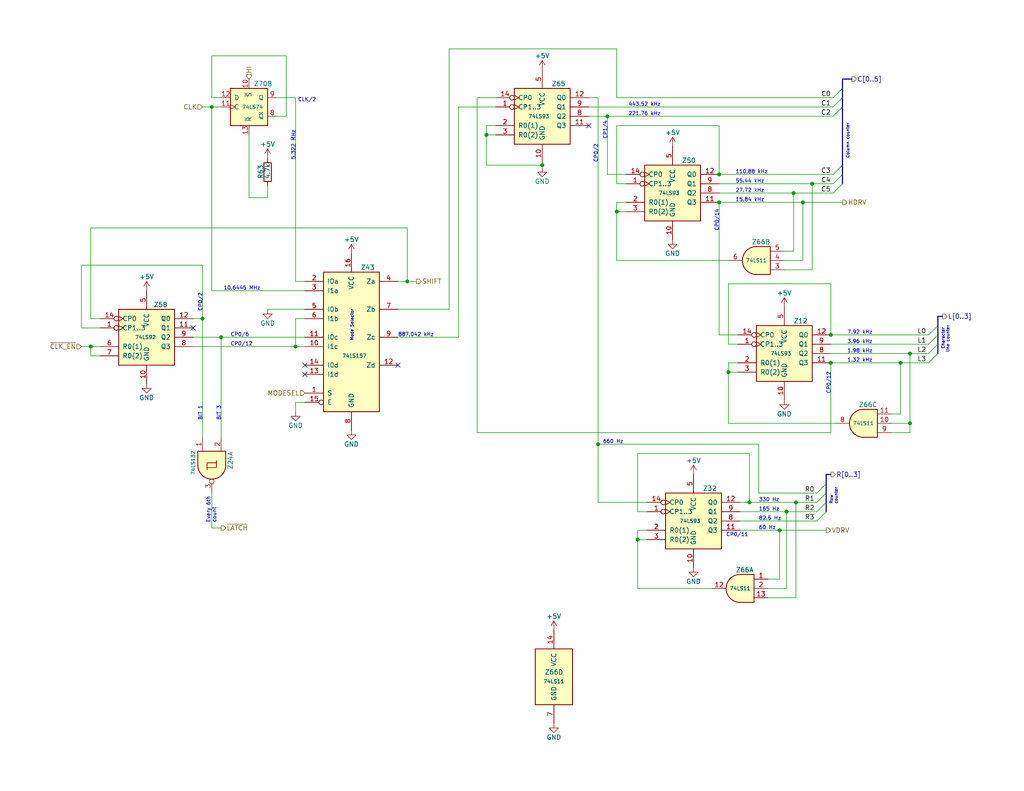
<source format=kicad_sch>
(kicad_sch (version 20230121) (generator eeschema)
  (paper "USLetter")
  (title_block (title "TRS-80 Model I G") (date "2023-10-24") (rev "E1B") (company "RetroStack - Marcel Erz") (comment 2 "Clock divider, video mode multiplexer, counters for columns, rows, and character lines") (comment 4 "Video Counter"))
  (lib_symbols
    (symbol "74xx:74LS11" (pin_names (offset 1.016))
      (property "Reference" "U" (at 0 1.27 0))
      (property "Value" "74LS11" (at 0 -1.27 0))
      (symbol "74LS11_1_1"
        (arc (start 0 -3.81) (mid 3.7934 0) (end 0 3.81) (stroke (width 0.254)) (fill (type background)))
        (polyline (pts (xy 0 3.81) (xy -3.81 3.81) (xy -3.81 -3.81) (xy 0 -3.81)) (stroke (width 0.254)) (fill (type background)))
        (pin input line (at -7.62 2.54 0) (length 3.81) (name "~") (number "1"))
        (pin output line (at 7.62 0 180) (length 3.81) (name "~") (number "12"))
        (pin input line (at -7.62 -2.54 0) (length 3.81) (name "~") (number "13"))
        (pin input line (at -7.62 0 0) (length 3.81) (name "~") (number "2"))
      )
      (symbol "74LS11_1_2"
        (arc (start -3.81 -3.81) (mid -2.589 0) (end -3.81 3.81) (stroke (width 0.254)))
        (arc (start -0.6096 -3.81) (mid 2.1842 -2.5851) (end 3.81 0) (stroke (width 0.254)) (fill (type background)))
        (polyline (pts (xy -3.81 -3.81) (xy -0.635 -3.81)) (stroke (width 0.254)) (fill (type background)))
        (polyline (pts (xy -3.81 3.81) (xy -0.635 3.81)) (stroke (width 0.254)) (fill (type background)))
        (polyline (pts (xy -0.635 3.81) (xy -3.81 3.81) (xy -3.81 3.81) (xy -3.556 3.4036) (xy -3.0226 2.2606) (xy -2.6924 1.0414) (xy -2.6162 -0.254) (xy -2.7686 -1.4986) (xy -3.175 -2.7178) (xy -3.81 -3.81) (xy -3.81 -3.81) (xy -0.635 -3.81)) (stroke (width -25.4)) (fill (type background)))
        (arc (start 3.81 0) (mid 2.1915 2.5936) (end -0.6096 3.81) (stroke (width 0.254)) (fill (type background)))
        (pin input inverted (at -7.62 2.54 0) (length 4.318) (name "~") (number "1"))
        (pin output inverted (at 7.62 0 180) (length 3.81) (name "~") (number "12"))
        (pin input inverted (at -7.62 -2.54 0) (length 4.318) (name "~") (number "13"))
        (pin input inverted (at -7.62 0 0) (length 4.953) (name "~") (number "2"))
      )
      (symbol "74LS11_2_1"
        (arc (start 0 -3.81) (mid 3.7934 0) (end 0 3.81) (stroke (width 0.254)) (fill (type background)))
        (polyline (pts (xy 0 3.81) (xy -3.81 3.81) (xy -3.81 -3.81) (xy 0 -3.81)) (stroke (width 0.254)) (fill (type background)))
        (pin input line (at -7.62 2.54 0) (length 3.81) (name "~") (number "3"))
        (pin input line (at -7.62 0 0) (length 3.81) (name "~") (number "4"))
        (pin input line (at -7.62 -2.54 0) (length 3.81) (name "~") (number "5"))
        (pin output line (at 7.62 0 180) (length 3.81) (name "~") (number "6"))
      )
      (symbol "74LS11_2_2"
        (arc (start -3.81 -3.81) (mid -2.589 0) (end -3.81 3.81) (stroke (width 0.254)))
        (arc (start -0.6096 -3.81) (mid 2.1842 -2.5851) (end 3.81 0) (stroke (width 0.254)) (fill (type background)))
        (polyline (pts (xy -3.81 -3.81) (xy -0.635 -3.81)) (stroke (width 0.254)) (fill (type background)))
        (polyline (pts (xy -3.81 3.81) (xy -0.635 3.81)) (stroke (width 0.254)) (fill (type background)))
        (polyline (pts (xy -0.635 3.81) (xy -3.81 3.81) (xy -3.81 3.81) (xy -3.556 3.4036) (xy -3.0226 2.2606) (xy -2.6924 1.0414) (xy -2.6162 -0.254) (xy -2.7686 -1.4986) (xy -3.175 -2.7178) (xy -3.81 -3.81) (xy -3.81 -3.81) (xy -0.635 -3.81)) (stroke (width -25.4)) (fill (type background)))
        (arc (start 3.81 0) (mid 2.1915 2.5936) (end -0.6096 3.81) (stroke (width 0.254)) (fill (type background)))
        (pin input inverted (at -7.62 2.54 0) (length 4.318) (name "~") (number "3"))
        (pin input inverted (at -7.62 0 0) (length 4.953) (name "~") (number "4"))
        (pin input inverted (at -7.62 -2.54 0) (length 4.318) (name "~") (number "5"))
        (pin output inverted (at 7.62 0 180) (length 3.81) (name "~") (number "6"))
      )
      (symbol "74LS11_3_1"
        (arc (start 0 -3.81) (mid 3.7934 0) (end 0 3.81) (stroke (width 0.254)) (fill (type background)))
        (polyline (pts (xy 0 3.81) (xy -3.81 3.81) (xy -3.81 -3.81) (xy 0 -3.81)) (stroke (width 0.254)) (fill (type background)))
        (pin input line (at -7.62 0 0) (length 3.81) (name "~") (number "10"))
        (pin input line (at -7.62 -2.54 0) (length 3.81) (name "~") (number "11"))
        (pin output line (at 7.62 0 180) (length 3.81) (name "~") (number "8"))
        (pin input line (at -7.62 2.54 0) (length 3.81) (name "~") (number "9"))
      )
      (symbol "74LS11_3_2"
        (arc (start -3.81 -3.81) (mid -2.589 0) (end -3.81 3.81) (stroke (width 0.254)))
        (arc (start -0.6096 -3.81) (mid 2.1842 -2.5851) (end 3.81 0) (stroke (width 0.254)) (fill (type background)))
        (polyline (pts (xy -3.81 -3.81) (xy -0.635 -3.81)) (stroke (width 0.254)) (fill (type background)))
        (polyline (pts (xy -3.81 3.81) (xy -0.635 3.81)) (stroke (width 0.254)) (fill (type background)))
        (polyline (pts (xy -0.635 3.81) (xy -3.81 3.81) (xy -3.81 3.81) (xy -3.556 3.4036) (xy -3.0226 2.2606) (xy -2.6924 1.0414) (xy -2.6162 -0.254) (xy -2.7686 -1.4986) (xy -3.175 -2.7178) (xy -3.81 -3.81) (xy -3.81 -3.81) (xy -0.635 -3.81)) (stroke (width -25.4)) (fill (type background)))
        (arc (start 3.81 0) (mid 2.1915 2.5936) (end -0.6096 3.81) (stroke (width 0.254)) (fill (type background)))
        (pin input inverted (at -7.62 0 0) (length 4.953) (name "~") (number "10"))
        (pin input inverted (at -7.62 -2.54 0) (length 4.318) (name "~") (number "11"))
        (pin output inverted (at 7.62 0 180) (length 3.81) (name "~") (number "8"))
        (pin input inverted (at -7.62 2.54 0) (length 4.318) (name "~") (number "9"))
      )
      (symbol "74LS11_4_0"
        (pin power_in line (at 0 12.7 270) (length 5.08) (name "VCC") (number "14"))
        (pin power_in line (at 0 -12.7 90) (length 5.08) (name "GND") (number "7"))
      )
      (symbol "74LS11_4_1"
        (rectangle (start -5.08 7.62) (end 5.08 -7.62) (stroke (width 0.254)) (fill (type background)))
      )
    )
    (symbol "74xx:74LS132" (pin_names (offset 1.016))
      (property "Reference" "U" (at 0 1.27 0))
      (property "Value" "74LS132" (at 0 -1.27 0))
      (symbol "74LS132_1_0"
        (polyline (pts (xy -0.635 -1.27) (xy -0.635 1.27) (xy 0.635 1.27)))
        (polyline (pts (xy -0.635 -1.27) (xy -0.635 1.27) (xy 0.635 1.27)))
        (polyline (pts (xy -1.27 -1.27) (xy 0.635 -1.27) (xy 0.635 1.27) (xy 1.27 1.27)))
        (polyline (pts (xy -1.27 -1.27) (xy 0.635 -1.27) (xy 0.635 1.27) (xy 1.27 1.27)))
      )
      (symbol "74LS132_1_1"
        (arc (start 0 -3.81) (mid 3.7934 0) (end 0 3.81) (stroke (width 0.254)) (fill (type background)))
        (polyline (pts (xy 0 3.81) (xy -3.81 3.81) (xy -3.81 -3.81) (xy 0 -3.81)) (stroke (width 0.254)) (fill (type background)))
        (pin input line (at -7.62 2.54 0) (length 3.81) (name "~") (number "1"))
        (pin input line (at -7.62 -2.54 0) (length 3.81) (name "~") (number "2"))
        (pin output inverted (at 7.62 0 180) (length 3.81) (name "~") (number "3"))
      )
      (symbol "74LS132_1_2"
        (arc (start -3.81 -3.81) (mid -2.589 0) (end -3.81 3.81) (stroke (width 0.254)))
        (arc (start -0.6096 -3.81) (mid 2.1842 -2.5851) (end 3.81 0) (stroke (width 0.254)) (fill (type background)))
        (polyline (pts (xy -3.81 -3.81) (xy -0.635 -3.81)) (stroke (width 0.254)) (fill (type background)))
        (polyline (pts (xy -3.81 3.81) (xy -0.635 3.81)) (stroke (width 0.254)) (fill (type background)))
        (polyline (pts (xy -0.635 3.81) (xy -3.81 3.81) (xy -3.81 3.81) (xy -3.556 3.4036) (xy -3.0226 2.2606) (xy -2.6924 1.0414) (xy -2.6162 -0.254) (xy -2.7686 -1.4986) (xy -3.175 -2.7178) (xy -3.81 -3.81) (xy -3.81 -3.81) (xy -0.635 -3.81)) (stroke (width -25.4)) (fill (type background)))
        (arc (start 3.81 0) (mid 2.1915 2.5936) (end -0.6096 3.81) (stroke (width 0.254)) (fill (type background)))
        (pin input inverted (at -7.62 2.54 0) (length 4.318) (name "~") (number "1"))
        (pin input inverted (at -7.62 -2.54 0) (length 4.318) (name "~") (number "2"))
        (pin output line (at 7.62 0 180) (length 3.81) (name "~") (number "3"))
      )
      (symbol "74LS132_2_0"
        (polyline (pts (xy -0.635 -1.27) (xy -0.635 1.27) (xy 0.635 1.27)))
        (polyline (pts (xy -0.635 -1.27) (xy -0.635 1.27) (xy 0.635 1.27)))
        (polyline (pts (xy -1.27 -1.27) (xy 0.635 -1.27) (xy 0.635 1.27) (xy 1.27 1.27)))
        (polyline (pts (xy -1.27 -1.27) (xy 0.635 -1.27) (xy 0.635 1.27) (xy 1.27 1.27)))
      )
      (symbol "74LS132_2_1"
        (arc (start 0 -3.81) (mid 3.7934 0) (end 0 3.81) (stroke (width 0.254)) (fill (type background)))
        (polyline (pts (xy 0 3.81) (xy -3.81 3.81) (xy -3.81 -3.81) (xy 0 -3.81)) (stroke (width 0.254)) (fill (type background)))
        (pin input line (at -7.62 2.54 0) (length 3.81) (name "~") (number "4"))
        (pin input line (at -7.62 -2.54 0) (length 3.81) (name "~") (number "5"))
        (pin output inverted (at 7.62 0 180) (length 3.81) (name "~") (number "6"))
      )
      (symbol "74LS132_2_2"
        (arc (start -3.81 -3.81) (mid -2.589 0) (end -3.81 3.81) (stroke (width 0.254)))
        (arc (start -0.6096 -3.81) (mid 2.1842 -2.5851) (end 3.81 0) (stroke (width 0.254)) (fill (type background)))
        (polyline (pts (xy -3.81 -3.81) (xy -0.635 -3.81)) (stroke (width 0.254)) (fill (type background)))
        (polyline (pts (xy -3.81 3.81) (xy -0.635 3.81)) (stroke (width 0.254)) (fill (type background)))
        (polyline (pts (xy -0.635 3.81) (xy -3.81 3.81) (xy -3.81 3.81) (xy -3.556 3.4036) (xy -3.0226 2.2606) (xy -2.6924 1.0414) (xy -2.6162 -0.254) (xy -2.7686 -1.4986) (xy -3.175 -2.7178) (xy -3.81 -3.81) (xy -3.81 -3.81) (xy -0.635 -3.81)) (stroke (width -25.4)) (fill (type background)))
        (arc (start 3.81 0) (mid 2.1915 2.5936) (end -0.6096 3.81) (stroke (width 0.254)) (fill (type background)))
        (pin input inverted (at -7.62 2.54 0) (length 4.318) (name "~") (number "4"))
        (pin input inverted (at -7.62 -2.54 0) (length 4.318) (name "~") (number "5"))
        (pin output line (at 7.62 0 180) (length 3.81) (name "~") (number "6"))
      )
      (symbol "74LS132_3_0"
        (polyline (pts (xy -0.635 -1.27) (xy -0.635 1.27) (xy 0.635 1.27)))
        (polyline (pts (xy -0.635 -1.27) (xy -0.635 1.27) (xy 0.635 1.27)))
        (polyline (pts (xy -1.27 -1.27) (xy 0.635 -1.27) (xy 0.635 1.27) (xy 1.27 1.27)))
        (polyline (pts (xy -1.27 -1.27) (xy 0.635 -1.27) (xy 0.635 1.27) (xy 1.27 1.27)))
      )
      (symbol "74LS132_3_1"
        (arc (start 0 -3.81) (mid 3.7934 0) (end 0 3.81) (stroke (width 0.254)) (fill (type background)))
        (polyline (pts (xy 0 3.81) (xy -3.81 3.81) (xy -3.81 -3.81) (xy 0 -3.81)) (stroke (width 0.254)) (fill (type background)))
        (pin input line (at -7.62 -2.54 0) (length 3.81) (name "~") (number "10"))
        (pin output inverted (at 7.62 0 180) (length 3.81) (name "~") (number "8"))
        (pin input line (at -7.62 2.54 0) (length 3.81) (name "~") (number "9"))
      )
      (symbol "74LS132_3_2"
        (arc (start -3.81 -3.81) (mid -2.589 0) (end -3.81 3.81) (stroke (width 0.254)))
        (arc (start -0.6096 -3.81) (mid 2.1842 -2.5851) (end 3.81 0) (stroke (width 0.254)) (fill (type background)))
        (polyline (pts (xy -3.81 -3.81) (xy -0.635 -3.81)) (stroke (width 0.254)) (fill (type background)))
        (polyline (pts (xy -3.81 3.81) (xy -0.635 3.81)) (stroke (width 0.254)) (fill (type background)))
        (polyline (pts (xy -0.635 3.81) (xy -3.81 3.81) (xy -3.81 3.81) (xy -3.556 3.4036) (xy -3.0226 2.2606) (xy -2.6924 1.0414) (xy -2.6162 -0.254) (xy -2.7686 -1.4986) (xy -3.175 -2.7178) (xy -3.81 -3.81) (xy -3.81 -3.81) (xy -0.635 -3.81)) (stroke (width -25.4)) (fill (type background)))
        (arc (start 3.81 0) (mid 2.1915 2.5936) (end -0.6096 3.81) (stroke (width 0.254)) (fill (type background)))
        (pin input inverted (at -7.62 -2.54 0) (length 4.318) (name "~") (number "10"))
        (pin output line (at 7.62 0 180) (length 3.81) (name "~") (number "8"))
        (pin input inverted (at -7.62 2.54 0) (length 4.318) (name "~") (number "9"))
      )
      (symbol "74LS132_4_0"
        (polyline (pts (xy -0.635 -1.27) (xy -0.635 1.27) (xy 0.635 1.27)))
        (polyline (pts (xy -0.635 -1.27) (xy -0.635 1.27) (xy 0.635 1.27)))
        (polyline (pts (xy -1.27 -1.27) (xy 0.635 -1.27) (xy 0.635 1.27) (xy 1.27 1.27)))
        (polyline (pts (xy -1.27 -1.27) (xy 0.635 -1.27) (xy 0.635 1.27) (xy 1.27 1.27)))
      )
      (symbol "74LS132_4_1"
        (arc (start 0 -3.81) (mid 3.7934 0) (end 0 3.81) (stroke (width 0.254)) (fill (type background)))
        (polyline (pts (xy 0 3.81) (xy -3.81 3.81) (xy -3.81 -3.81) (xy 0 -3.81)) (stroke (width 0.254)) (fill (type background)))
        (pin output inverted (at 7.62 0 180) (length 3.81) (name "~") (number "11"))
        (pin input line (at -7.62 2.54 0) (length 3.81) (name "~") (number "12"))
        (pin input line (at -7.62 -2.54 0) (length 3.81) (name "~") (number "13"))
      )
      (symbol "74LS132_4_2"
        (arc (start -3.81 -3.81) (mid -2.589 0) (end -3.81 3.81) (stroke (width 0.254)))
        (arc (start -0.6096 -3.81) (mid 2.1842 -2.5851) (end 3.81 0) (stroke (width 0.254)) (fill (type background)))
        (polyline (pts (xy -3.81 -3.81) (xy -0.635 -3.81)) (stroke (width 0.254)) (fill (type background)))
        (polyline (pts (xy -3.81 3.81) (xy -0.635 3.81)) (stroke (width 0.254)) (fill (type background)))
        (polyline (pts (xy -0.635 3.81) (xy -3.81 3.81) (xy -3.81 3.81) (xy -3.556 3.4036) (xy -3.0226 2.2606) (xy -2.6924 1.0414) (xy -2.6162 -0.254) (xy -2.7686 -1.4986) (xy -3.175 -2.7178) (xy -3.81 -3.81) (xy -3.81 -3.81) (xy -0.635 -3.81)) (stroke (width -25.4)) (fill (type background)))
        (arc (start 3.81 0) (mid 2.1915 2.5936) (end -0.6096 3.81) (stroke (width 0.254)) (fill (type background)))
        (pin output line (at 7.62 0 180) (length 3.81) (name "~") (number "11"))
        (pin input inverted (at -7.62 2.54 0) (length 4.318) (name "~") (number "12"))
        (pin input inverted (at -7.62 -2.54 0) (length 4.318) (name "~") (number "13"))
      )
      (symbol "74LS132_5_0"
        (pin power_in line (at 0 12.7 270) (length 5.08) (name "VCC") (number "14"))
        (pin power_in line (at 0 -12.7 90) (length 5.08) (name "GND") (number "7"))
      )
      (symbol "74LS132_5_1"
        (rectangle (start -5.08 7.62) (end 5.08 -7.62) (stroke (width 0.254)) (fill (type background)))
      )
    )
    (symbol "74xx:74LS157" (pin_names (offset 1.016))
      (property "Reference" "U" (at -7.62 19.05 0))
      (property "Value" "74LS157" (at -7.62 -21.59 0))
      (symbol "74LS157_1_0"
        (pin input line (at -12.7 -15.24 0) (length 5.08) (name "S") (number "1"))
        (pin input line (at -12.7 -2.54 0) (length 5.08) (name "I1c") (number "10"))
        (pin input line (at -12.7 0 0) (length 5.08) (name "I0c") (number "11"))
        (pin output line (at 12.7 -7.62 180) (length 5.08) (name "Zd") (number "12"))
        (pin input line (at -12.7 -10.16 0) (length 5.08) (name "I1d") (number "13"))
        (pin input line (at -12.7 -7.62 0) (length 5.08) (name "I0d") (number "14"))
        (pin input inverted (at -12.7 -17.78 0) (length 5.08) (name "E") (number "15"))
        (pin power_in line (at 0 22.86 270) (length 5.08) (name "VCC") (number "16"))
        (pin input line (at -12.7 15.24 0) (length 5.08) (name "I0a") (number "2"))
        (pin input line (at -12.7 12.7 0) (length 5.08) (name "I1a") (number "3"))
        (pin output line (at 12.7 15.24 180) (length 5.08) (name "Za") (number "4"))
        (pin input line (at -12.7 7.62 0) (length 5.08) (name "I0b") (number "5"))
        (pin input line (at -12.7 5.08 0) (length 5.08) (name "I1b") (number "6"))
        (pin output line (at 12.7 7.62 180) (length 5.08) (name "Zb") (number "7"))
        (pin power_in line (at 0 -25.4 90) (length 5.08) (name "GND") (number "8"))
        (pin output line (at 12.7 0 180) (length 5.08) (name "Zc") (number "9"))
      )
      (symbol "74LS157_1_1"
        (rectangle (start -7.62 17.78) (end 7.62 -20.32) (stroke (width 0.254)) (fill (type background)))
      )
    )
    (symbol "74xx:74LS74" (pin_names (offset 1.016))
      (property "Reference" "U" (at -7.62 8.89 0))
      (property "Value" "74LS74" (at -7.62 -8.89 0))
      (symbol "74LS74_1_0"
        (pin input line (at 0 -7.62 90) (length 2.54) (name "~{R}") (number "1"))
        (pin input line (at -7.62 2.54 0) (length 2.54) (name "D") (number "2"))
        (pin input clock (at -7.62 0 0) (length 2.54) (name "C") (number "3"))
        (pin input line (at 0 7.62 270) (length 2.54) (name "~{S}") (number "4"))
        (pin output line (at 7.62 2.54 180) (length 2.54) (name "Q") (number "5"))
        (pin output line (at 7.62 -2.54 180) (length 2.54) (name "~{Q}") (number "6"))
      )
      (symbol "74LS74_1_1"
        (rectangle (start -5.08 5.08) (end 5.08 -5.08) (stroke (width 0.254)) (fill (type background)))
      )
      (symbol "74LS74_2_0"
        (pin input line (at 0 7.62 270) (length 2.54) (name "~{S}") (number "10"))
        (pin input clock (at -7.62 0 0) (length 2.54) (name "C") (number "11"))
        (pin input line (at -7.62 2.54 0) (length 2.54) (name "D") (number "12"))
        (pin input line (at 0 -7.62 90) (length 2.54) (name "~{R}") (number "13"))
        (pin output line (at 7.62 -2.54 180) (length 2.54) (name "~{Q}") (number "8"))
        (pin output line (at 7.62 2.54 180) (length 2.54) (name "Q") (number "9"))
      )
      (symbol "74LS74_2_1"
        (rectangle (start -5.08 5.08) (end 5.08 -5.08) (stroke (width 0.254)) (fill (type background)))
      )
      (symbol "74LS74_3_0"
        (pin power_in line (at 0 10.16 270) (length 2.54) (name "VCC") (number "14"))
        (pin power_in line (at 0 -10.16 90) (length 2.54) (name "GND") (number "7"))
      )
      (symbol "74LS74_3_1"
        (rectangle (start -5.08 7.62) (end 5.08 -7.62) (stroke (width 0.254)) (fill (type background)))
      )
    )
    (symbol "74xx:74LS92" (pin_names (offset 1.016))
      (property "Reference" "U" (at -7.62 8.89 0))
      (property "Value" "74LS92" (at -7.62 -8.89 0))
      (symbol "74LS92_1_0"
        (pin input inverted_clock (at -12.7 2.54 0) (length 5.08) (name "CP1..3") (number "1"))
        (pin power_in line (at 0 -12.7 90) (length 5.08) (name "GND") (number "10"))
        (pin output line (at 12.7 2.54 180) (length 5.08) (name "Q1") (number "11"))
        (pin output line (at 12.7 5.08 180) (length 5.08) (name "Q0") (number "12"))
        (pin input inverted_clock (at -12.7 5.08 0) (length 5.08) (name "CP0") (number "14"))
        (pin power_in line (at 0 12.7 270) (length 5.08) (name "VCC") (number "5"))
        (pin input line (at -12.7 -2.54 0) (length 5.08) (name "R0(1)") (number "6"))
        (pin input line (at -12.7 -5.08 0) (length 5.08) (name "R0(2)") (number "7"))
        (pin output line (at 12.7 -2.54 180) (length 5.08) (name "Q3") (number "8"))
        (pin output line (at 12.7 0 180) (length 5.08) (name "Q2") (number "9"))
      )
      (symbol "74LS92_1_1"
        (rectangle (start -7.62 7.62) (end 7.62 -7.62) (stroke (width 0.254)) (fill (type background)))
      )
    )
    (symbol "74xx:74LS93" (pin_names (offset 1.016))
      (property "Reference" "U" (at -7.62 8.89 0))
      (property "Value" "74LS93" (at -7.62 -8.89 0))
      (symbol "74LS93_1_0"
        (pin input inverted_clock (at -12.7 2.54 0) (length 5.08) (name "CP1..3") (number "1"))
        (pin power_in line (at 0 -12.7 90) (length 5.08) (name "GND") (number "10"))
        (pin output line (at 12.7 -2.54 180) (length 5.08) (name "Q3") (number "11"))
        (pin output line (at 12.7 5.08 180) (length 5.08) (name "Q0") (number "12"))
        (pin input inverted_clock (at -12.7 5.08 0) (length 5.08) (name "CP0") (number "14"))
        (pin input line (at -12.7 -2.54 0) (length 5.08) (name "R0(1)") (number "2"))
        (pin input line (at -12.7 -5.08 0) (length 5.08) (name "R0(2)") (number "3"))
        (pin power_in line (at 0 12.7 270) (length 5.08) (name "VCC") (number "5"))
        (pin output line (at 12.7 0 180) (length 5.08) (name "Q2") (number "8"))
        (pin output line (at 12.7 2.54 180) (length 5.08) (name "Q1") (number "9"))
      )
      (symbol "74LS93_1_1"
        (rectangle (start -7.62 7.62) (end 7.62 -7.62) (stroke (width 0.254)) (fill (type background)))
      )
    )
    (symbol "Device:R" (pin_numbers hide) (pin_names (offset 0))
      (property "Reference" "R" (at 2.032 0 90))
      (property "Value" "R" (at 0 0 90))
      (symbol "R_0_1"
        (rectangle (start -1.016 -2.54) (end 1.016 2.54) (stroke (width 0.254)))
      )
      (symbol "R_1_1"
        (pin passive line (at 0 3.81 270) (length 1.27) (name "~") (number "1"))
        (pin passive line (at 0 -3.81 90) (length 1.27) (name "~") (number "2"))
      )
    )
    (symbol "power:+5V" (power) (pin_names (offset 0))
      (property "Value" "+5V" (at 0 3.556 0))
      (symbol "+5V_0_1"
        (polyline (pts (xy -0.762 1.27) (xy 0 2.54)))
        (polyline (pts (xy 0 0) (xy 0 2.54)))
        (polyline (pts (xy 0 2.54) (xy 0.762 1.27)))
      )
      (symbol "+5V_1_1"
        (pin power_in line (at 0 0 90) (length 0) hide (name "+5V") (number "1"))
      )
    )
    (symbol "power:GND" (power) (pin_names (offset 0))
      (property "Value" "GND" (at 0 -3.81 0))
      (symbol "GND_0_1"
        (polyline (pts (xy 0 0) (xy 0 -1.27) (xy 1.27 -1.27) (xy 0 -2.54) (xy -1.27 -1.27) (xy 0 -1.27)))
      )
      (symbol "GND_1_1"
        (pin power_in line (at 0 0 270) (length 0) hide (name "GND") (number "1"))
      )
    )
  )
  (junction (at 196.215 55.245))
  (junction (at 212.725 144.78))
  (junction (at 219.075 55.245))
  (junction (at 60.325 92.075))
  (junction (at 198.755 101.6))
  (junction (at 132.715 36.83))
  (junction (at 226.695 99.06))
  (junction (at 248.285 115.57))
  (junction (at 80.645 94.615))
  (junction (at 221.615 50.165))
  (junction (at 24.765 94.615))
  (junction (at 214.63 139.7))
  (junction (at 168.275 57.785))
  (junction (at 216.535 52.705))
  (junction (at 147.955 45.085))
  (junction (at 245.745 99.06))
  (junction (at 217.17 137.16))
  (junction (at 55.245 86.995))
  (junction (at 165.735 31.75))
  (junction (at 57.785 29.21))
  (junction (at 248.285 96.52))
  (junction (at 173.99 147.32))
  (junction (at 204.47 137.16))
  (junction (at 226.695 91.44))
  (junction (at 163.195 121.285))
  (junction (at 111.125 76.835))
  (junction (at 196.215 47.625))
  (no_connect (at 160.655 34.29))
  (no_connect (at 83.185 99.695))
  (no_connect (at 52.705 89.535))
  (no_connect (at 108.585 99.695))
  (no_connect (at 83.185 102.235))
  (bus_entry (at 227.33 29.21) (size 2.54 -2.54))
  (bus_entry (at 253.365 93.98) (size 2.54 -2.54))
  (bus_entry (at 227.33 52.705) (size 2.54 -2.54))
  (bus_entry (at 227.33 50.165) (size 2.54 -2.54))
  (bus_entry (at 222.885 142.24) (size 2.54 -2.54))
  (bus_entry (at 227.33 47.625) (size 2.54 -2.54))
  (bus_entry (at 227.33 31.75) (size 2.54 -2.54))
  (bus_entry (at 253.365 91.44) (size 2.54 -2.54))
  (bus_entry (at 222.885 137.16) (size 2.54 -2.54))
  (bus_entry (at 253.365 99.06) (size 2.54 -2.54))
  (bus_entry (at 227.33 26.67) (size 2.54 -2.54))
  (bus_entry (at 253.365 96.52) (size 2.54 -2.54))
  (bus_entry (at 222.885 139.7) (size 2.54 -2.54))
  (bus_entry (at 222.885 134.62) (size 2.54 -2.54))
  (bus (pts (xy 229.87 29.21) (xy 229.87 26.67)))
  (wire (pts (xy 52.705 92.075) (xy 60.325 92.075)))
  (bus (pts (xy 225.425 139.7) (xy 225.425 137.16)))
  (wire (pts (xy 243.205 115.57) (xy 248.285 115.57)))
  (wire (pts (xy 55.245 86.995) (xy 55.245 119.38)))
  (wire (pts (xy 204.47 123.825) (xy 204.47 137.16)))
  (wire (pts (xy 83.185 79.375) (xy 57.785 79.375)))
  (bus (pts (xy 255.905 86.36) (xy 257.175 86.36)))
  (wire (pts (xy 57.785 134.62) (xy 57.785 144.145)))
  (wire (pts (xy 196.215 52.705) (xy 216.535 52.705)))
  (wire (pts (xy 111.125 76.835) (xy 113.665 76.835)))
  (wire (pts (xy 194.31 160.655) (xy 173.99 160.655)))
  (wire (pts (xy 201.93 142.24) (xy 222.885 142.24)))
  (wire (pts (xy 80.645 76.835) (xy 83.185 76.835)))
  (wire (pts (xy 173.99 139.7) (xy 173.99 123.825)))
  (wire (pts (xy 196.215 55.245) (xy 219.075 55.245)))
  (wire (pts (xy 198.755 101.6) (xy 201.295 101.6)))
  (wire (pts (xy 80.645 94.615) (xy 80.645 86.995)))
  (wire (pts (xy 248.285 118.11) (xy 248.285 115.57)))
  (wire (pts (xy 83.185 84.455) (xy 73.025 84.455)))
  (wire (pts (xy 168.275 34.29) (xy 196.215 34.29)))
  (wire (pts (xy 111.125 76.835) (xy 111.125 62.23)))
  (wire (pts (xy 160.655 31.75) (xy 165.735 31.75)))
  (wire (pts (xy 160.655 26.67) (xy 163.195 26.67)))
  (wire (pts (xy 80.645 94.615) (xy 83.185 94.615)))
  (wire (pts (xy 216.535 52.705) (xy 216.535 68.58)))
  (wire (pts (xy 196.215 34.29) (xy 196.215 47.625)))
  (wire (pts (xy 55.245 72.39) (xy 55.245 86.995)))
  (wire (pts (xy 57.785 79.375) (xy 57.785 29.21)))
  (wire (pts (xy 80.645 112.395) (xy 80.645 109.855)))
  (bus (pts (xy 229.87 50.165) (xy 229.87 47.625)))
  (wire (pts (xy 219.075 55.245) (xy 229.87 55.245)))
  (bus (pts (xy 229.87 47.625) (xy 229.87 45.085)))
  (wire (pts (xy 147.955 45.085) (xy 147.955 44.45)))
  (bus (pts (xy 255.905 96.52) (xy 255.905 93.98)))
  (wire (pts (xy 60.325 92.075) (xy 60.325 119.38)))
  (wire (pts (xy 80.645 86.995) (xy 83.185 86.995)))
  (wire (pts (xy 57.785 29.21) (xy 60.325 29.21)))
  (wire (pts (xy 125.095 92.075) (xy 125.095 29.21)))
  (wire (pts (xy 222.885 134.62) (xy 207.01 134.62)))
  (wire (pts (xy 122.555 13.335) (xy 168.275 13.335)))
  (wire (pts (xy 130.175 118.11) (xy 130.175 26.67)))
  (wire (pts (xy 24.765 97.155) (xy 27.305 97.155)))
  (wire (pts (xy 198.755 115.57) (xy 198.755 101.6)))
  (wire (pts (xy 248.285 96.52) (xy 253.365 96.52)))
  (wire (pts (xy 196.215 47.625) (xy 227.33 47.625)))
  (wire (pts (xy 245.745 113.03) (xy 245.745 99.06)))
  (wire (pts (xy 226.695 77.47) (xy 226.695 91.44)))
  (wire (pts (xy 108.585 76.835) (xy 111.125 76.835)))
  (wire (pts (xy 73.025 53.975) (xy 67.945 53.975)))
  (wire (pts (xy 57.785 26.67) (xy 57.785 15.24)))
  (wire (pts (xy 221.615 73.66) (xy 221.615 50.165)))
  (wire (pts (xy 168.275 57.785) (xy 170.815 57.785)))
  (wire (pts (xy 147.955 45.72) (xy 147.955 45.085)))
  (wire (pts (xy 108.585 92.075) (xy 125.095 92.075)))
  (wire (pts (xy 168.275 71.12) (xy 168.275 57.785)))
  (wire (pts (xy 173.99 144.78) (xy 176.53 144.78)))
  (bus (pts (xy 229.87 26.67) (xy 229.87 24.13)))
  (wire (pts (xy 170.815 50.165) (xy 168.275 50.165)))
  (wire (pts (xy 209.55 158.115) (xy 212.725 158.115)))
  (wire (pts (xy 212.725 158.115) (xy 212.725 144.78)))
  (bus (pts (xy 229.87 21.59) (xy 232.41 21.59)))
  (wire (pts (xy 55.245 72.39) (xy 22.225 72.39)))
  (wire (pts (xy 130.175 26.67) (xy 135.255 26.67)))
  (wire (pts (xy 130.175 118.11) (xy 226.695 118.11)))
  (bus (pts (xy 255.905 91.44) (xy 255.905 88.9)))
  (bus (pts (xy 255.905 93.98) (xy 255.905 91.44)))
  (wire (pts (xy 209.55 163.195) (xy 217.17 163.195)))
  (wire (pts (xy 163.195 121.285) (xy 207.01 121.285)))
  (bus (pts (xy 225.425 129.54) (xy 226.695 129.54)))
  (wire (pts (xy 173.99 147.32) (xy 176.53 147.32)))
  (wire (pts (xy 170.815 47.625) (xy 165.735 47.625)))
  (wire (pts (xy 219.075 55.245) (xy 219.075 71.12)))
  (wire (pts (xy 132.715 36.83) (xy 132.715 45.085)))
  (wire (pts (xy 207.01 134.62) (xy 207.01 121.285)))
  (wire (pts (xy 198.755 93.98) (xy 198.755 77.47)))
  (wire (pts (xy 226.695 99.06) (xy 226.695 118.11)))
  (wire (pts (xy 227.965 115.57) (xy 198.755 115.57)))
  (wire (pts (xy 243.205 118.11) (xy 248.285 118.11)))
  (wire (pts (xy 132.715 34.29) (xy 135.255 34.29)))
  (wire (pts (xy 168.275 26.67) (xy 227.33 26.67)))
  (wire (pts (xy 168.275 55.245) (xy 170.815 55.245)))
  (wire (pts (xy 212.725 144.78) (xy 225.425 144.78)))
  (wire (pts (xy 108.585 84.455) (xy 122.555 84.455)))
  (wire (pts (xy 163.195 26.67) (xy 163.195 121.285)))
  (wire (pts (xy 217.17 137.16) (xy 222.885 137.16)))
  (wire (pts (xy 209.55 160.655) (xy 214.63 160.655)))
  (wire (pts (xy 122.555 84.455) (xy 122.555 13.335)))
  (wire (pts (xy 198.755 77.47) (xy 226.695 77.47)))
  (bus (pts (xy 225.425 134.62) (xy 225.425 132.08)))
  (wire (pts (xy 196.215 55.245) (xy 196.215 91.44)))
  (wire (pts (xy 213.995 68.58) (xy 216.535 68.58)))
  (wire (pts (xy 196.215 91.44) (xy 201.295 91.44)))
  (wire (pts (xy 243.205 113.03) (xy 245.745 113.03)))
  (wire (pts (xy 165.735 31.75) (xy 165.735 47.625)))
  (wire (pts (xy 24.765 94.615) (xy 27.305 94.615)))
  (wire (pts (xy 78.105 15.24) (xy 78.105 31.75)))
  (wire (pts (xy 168.275 13.335) (xy 168.275 26.67)))
  (wire (pts (xy 80.645 26.67) (xy 80.645 76.835)))
  (wire (pts (xy 214.63 139.7) (xy 222.885 139.7)))
  (wire (pts (xy 226.695 91.44) (xy 253.365 91.44)))
  (wire (pts (xy 163.195 121.285) (xy 163.195 137.16)))
  (wire (pts (xy 60.325 92.075) (xy 83.185 92.075)))
  (wire (pts (xy 125.095 29.21) (xy 135.255 29.21)))
  (wire (pts (xy 132.715 36.83) (xy 135.255 36.83)))
  (bus (pts (xy 225.425 137.16) (xy 225.425 134.62)))
  (wire (pts (xy 196.215 50.165) (xy 221.615 50.165)))
  (wire (pts (xy 73.025 50.8) (xy 73.025 53.975)))
  (wire (pts (xy 132.715 45.085) (xy 147.955 45.085)))
  (wire (pts (xy 173.99 123.825) (xy 204.47 123.825)))
  (wire (pts (xy 213.995 73.66) (xy 221.615 73.66)))
  (wire (pts (xy 57.785 15.24) (xy 78.105 15.24)))
  (wire (pts (xy 198.755 101.6) (xy 198.755 99.06)))
  (wire (pts (xy 57.785 144.145) (xy 60.325 144.145)))
  (wire (pts (xy 201.93 139.7) (xy 214.63 139.7)))
  (bus (pts (xy 229.87 24.13) (xy 229.87 21.59)))
  (wire (pts (xy 132.715 36.83) (xy 132.715 34.29)))
  (wire (pts (xy 217.17 137.16) (xy 217.17 163.195)))
  (wire (pts (xy 201.295 93.98) (xy 198.755 93.98)))
  (wire (pts (xy 226.695 99.06) (xy 245.745 99.06)))
  (wire (pts (xy 163.195 137.16) (xy 176.53 137.16)))
  (wire (pts (xy 176.53 139.7) (xy 173.99 139.7)))
  (wire (pts (xy 22.225 94.615) (xy 24.765 94.615)))
  (wire (pts (xy 52.705 86.995) (xy 55.245 86.995)))
  (wire (pts (xy 226.695 96.52) (xy 248.285 96.52)))
  (wire (pts (xy 201.93 144.78) (xy 212.725 144.78)))
  (wire (pts (xy 221.615 50.165) (xy 227.33 50.165)))
  (wire (pts (xy 214.63 160.655) (xy 214.63 139.7)))
  (bus (pts (xy 225.425 132.08) (xy 225.425 129.54)))
  (wire (pts (xy 24.765 86.995) (xy 27.305 86.995)))
  (wire (pts (xy 160.655 29.21) (xy 227.33 29.21)))
  (wire (pts (xy 111.125 62.23) (xy 24.765 62.23)))
  (wire (pts (xy 168.275 57.785) (xy 168.275 55.245)))
  (wire (pts (xy 216.535 52.705) (xy 227.33 52.705)))
  (wire (pts (xy 213.995 71.12) (xy 219.075 71.12)))
  (wire (pts (xy 55.245 29.21) (xy 57.785 29.21)))
  (wire (pts (xy 201.93 137.16) (xy 204.47 137.16)))
  (wire (pts (xy 24.765 94.615) (xy 24.765 97.155)))
  (wire (pts (xy 198.755 71.12) (xy 168.275 71.12)))
  (wire (pts (xy 52.705 94.615) (xy 80.645 94.615)))
  (wire (pts (xy 245.745 99.06) (xy 253.365 99.06)))
  (wire (pts (xy 168.275 50.165) (xy 168.275 34.29)))
  (wire (pts (xy 173.99 147.32) (xy 173.99 144.78)))
  (wire (pts (xy 22.225 89.535) (xy 27.305 89.535)))
  (wire (pts (xy 204.47 137.16) (xy 217.17 137.16)))
  (wire (pts (xy 165.735 31.75) (xy 227.33 31.75)))
  (wire (pts (xy 173.99 160.655) (xy 173.99 147.32)))
  (wire (pts (xy 78.105 31.75) (xy 75.565 31.75)))
  (wire (pts (xy 198.755 99.06) (xy 201.295 99.06)))
  (wire (pts (xy 67.945 53.975) (xy 67.945 36.83)))
  (bus (pts (xy 229.87 45.085) (xy 229.87 29.21)))
  (bus (pts (xy 255.905 88.9) (xy 255.905 86.36)))
  (wire (pts (xy 60.325 26.67) (xy 57.785 26.67)))
  (wire (pts (xy 22.225 72.39) (xy 22.225 89.535)))
  (wire (pts (xy 24.765 62.23) (xy 24.765 86.995)))
  (wire (pts (xy 226.695 93.98) (xy 253.365 93.98)))
  (wire (pts (xy 75.565 26.67) (xy 80.645 26.67)))
  (wire (pts (xy 248.285 96.52) (xy 248.285 115.57)))
  (wire (pts (xy 80.645 109.855) (xy 83.185 109.855)))
  (text "BIT 1" (at 55.245 114.935 90) (effects (font (size 1 1)) (justify left bottom)))
  (text "7.92 kHz" (at 231.14 91.44 0) (effects (font (size 1 1)) (justify left bottom)))
  (text "CLK/2" (at 81.28 27.94 0) (effects (font (size 1 1)) (justify left bottom)))
  (text "660 Hz" (at 164.465 121.285 0) (effects (font (size 1 1)) (justify left bottom)))
  (text "CP0/2" (at 163.195 39.37 90) (effects (font (size 1 1)) (justify right bottom)))
  (text "1.98 kHz" (at 231.14 96.52 0) (effects (font (size 1 1)) (justify left bottom)))
  (text "60 Hz" (at 207.01 144.78 0) (effects (font (size 1 1)) (justify left bottom)))
  (text "887.042 kHz" (at 108.585 92.075 0) (effects (font (size 1 1)) (justify left bottom)))
  (text "1.32 kHz" (at 231.14 99.06 0) (effects (font (size 1 1)) (justify left bottom)))
  (text "Character \nline counter" (at 259.08 88.9 90) (effects (font (size 0.8 0.8)) (justify right bottom)))
  (text "82.5 Hz" (at 207.01 142.24 0) (effects (font (size 1 1)) (justify left bottom)))
  (text "27.72 kHz" (at 200.66 52.705 0) (effects (font (size 1 1)) (justify left bottom)))
  (text "Mode Selector" (at 96.52 84.455 90) (effects (font (size 0.8 0.8)) (justify right bottom)))
  (text "CP0/11" (at 198.12 146.685 0) (effects (font (size 1 1)) (justify left bottom)))
  (text "3.96 kHz" (at 231.14 93.98 0) (effects (font (size 1 1)) (justify left bottom)))
  (text "110.88 kHz" (at 200.66 47.625 0) (effects (font (size 1 1)) (justify left bottom)))
  (text "CP1/4" (at 165.735 33.02 90) (effects (font (size 1 1)) (justify right bottom)))
  (text "CP0/2" (at 55.245 80.01 90) (effects (font (size 1 1)) (justify right bottom)))
  (text "221.76 kHz" (at 171.45 31.75 0) (effects (font (size 1 1)) (justify left bottom)))
  (text "55.44 kHz" (at 200.66 50.165 0) (effects (font (size 1 1)) (justify left bottom)))
  (text "15.84 kHz" (at 200.66 55.245 0) (effects (font (size 1 1)) (justify left bottom)))
  (text "CP0/6" (at 62.865 92.075 0) (effects (font (size 1 1)) (justify left bottom)))
  (text "CP0/12" (at 62.865 94.615 0) (effects (font (size 1 1)) (justify left bottom)))
  (text "BIT 3" (at 60.325 114.935 90) (effects (font (size 1 1)) (justify left bottom)))
  (text "330 Hz" (at 207.01 137.16 0) (effects (font (size 1 1)) (justify left bottom)))
  (text "Column counter" (at 231.775 33.655 90) (effects (font (size 0.8 0.8)) (justify right bottom)))
  (text "Row\ncounter" (at 228.6 137.795 90) (effects (font (size 0.8 0.8)) (justify left bottom)))
  (text "10.6445 MHz" (at 60.96 79.375 0) (effects (font (size 1 1)) (justify left bottom)))
  (text "CP0/12" (at 226.695 101.6 90) (effects (font (size 1 1)) (justify right bottom)))
  (text "5.322 MHz" (at 80.645 35.56 90) (effects (font (size 1 1)) (justify right bottom)))
  (text "443.52 kHz" (at 171.45 29.21 0) (effects (font (size 1 1)) (justify left bottom)))
  (text "CP0/14" (at 196.215 57.15 90) (effects (font (size 1 1)) (justify right bottom)))
  (text "165 Hz" (at 207.01 139.7 0) (effects (font (size 1 1)) (justify left bottom)))
  (text "Every 6th\ncount" (at 59.055 142.875 90) (effects (font (size 1 1)) (justify left bottom)))
  (label "R1" (at 222.25 137.16 180))
  (label "L2" (at 252.73 96.52 180))
  (label "C2" (at 226.695 31.75 180))
  (label "L1" (at 252.73 93.98 180))
  (label "C5" (at 226.695 52.705 180))
  (label "R2" (at 222.25 139.7 180))
  (label "C3" (at 226.695 47.625 180))
  (label "L3" (at 252.73 99.06 180))
  (label "R0" (at 222.25 134.62 180))
  (label "C4" (at 226.695 50.165 180))
  (label "C0" (at 226.695 26.67 180))
  (label "L0" (at 252.73 91.44 180))
  (label "R3" (at 222.25 142.24 180))
  (label "C1" (at 226.695 29.21 180))
  (hierarchical_label "SHIFT" (shape output) (at 113.665 76.835 0))
  (hierarchical_label "L[0..3]" (shape output) (at 257.175 86.36 0))
  (hierarchical_label "~{LATCH}" (shape output) (at 60.325 144.145 0))
  (hierarchical_label "R[0..3]" (shape output) (at 226.695 129.54 0))
  (hierarchical_label "HI" (shape input) (at 67.945 21.59 90))
  (hierarchical_label "~{CLK_EN}" (shape input) (at 22.225 94.615 180))
  (hierarchical_label "MODESEL" (shape input) (at 83.185 107.315 180))
  (hierarchical_label "HDRV" (shape output) (at 229.87 55.245 0))
  (hierarchical_label "C[0..5]" (shape output) (at 232.41 21.59 0))
  (hierarchical_label "VDRV" (shape output) (at 225.425 144.78 0))
  (hierarchical_label "CLK" (shape input) (at 55.245 29.21 180))
  (symbol (lib_id "74xx:74LS132") (at 57.785 127 90) (mirror x) (unit 1)
    (property "Reference" "Z24" (at 62.865 125.73 0))
    (property "Value" "74LS132" (at 52.705 126.365 0) (effects (font (size 1 1))))
    (property "Footprint" "RetroStackLibrary:TRS80_Model_I_DIP14" (effects hide))
    (property "Datasheet" "http://www.ti.com/lit/gpn/sn74LS132" (effects hide))
    (instances (project "Replica" (path "" (reference "Z24") (unit 1))) (project "TRS80_Model_I_G_E1" (path "" (reference "Z?") (unit 1)) (path "" (reference "Z24") (unit 1))))
  )
  (symbol (lib_id "power:GND") (at 95.885 117.475 0) (unit 1)
    (property "Reference" "#PWR014" (effects hide))
    (property "Value" "GND" (at 95.885 121.285 0))
    (instances (project "TRS80_Model_I_G_E1" (path "" (reference "#PWR014") (unit 1)) (path "" (reference "#PWR096") (unit 1))))
  )
  (symbol (lib_id "74xx:74LS11") (at 201.93 160.655 0) (mirror y) (unit 1)
    (property "Reference" "Z66" (at 203.2 155.575 0))
    (property "Value" "74LS11" (at 201.93 160.655 0) (effects (font (size 1 1))))
    (property "Footprint" "RetroStackLibrary:TRS80_Model_I_DIP14" (effects hide))
    (property "Datasheet" "http://www.ti.com/lit/gpn/sn74LS11" (effects hide))
    (instances (project "Replica" (path "" (reference "Z66") (unit 1))) (project "TRS80_Model_I_G_E1" (path "" (reference "Z?") (unit 1)) (path "" (reference "Z66") (unit 1))))
  )
  (symbol (lib_id "Device:R") (at 73.025 46.99 0) (unit 1)
    (property "Reference" "R63" (at 71.12 48.895 90) (effects (justify left)))
    (property "Value" "4.7k" (at 73.025 48.895 90) (effects (justify left)))
    (property "Footprint" "RetroStackLibrary:TRS80_Model_I_R_0.25W" (effects hide))
    (instances (project "Replica" (path "" (reference "R63") (unit 1))) (project "TRS80_Model_I_G_E1" (path "" (reference "R?") (unit 1)) (path "" (reference "R63") (unit 1))))
  )
  (symbol (lib_id "power:+5V") (at 73.025 43.18 0) (unit 1)
    (property "Reference" "#PWR015" (effects hide))
    (property "Value" "+5V" (at 73.025 39.37 0))
    (instances (project "TRS80_Model_I_G_E1" (path "" (reference "#PWR015") (unit 1)) (path "" (reference "#PWR071") (unit 1))))
  )
  (symbol (lib_id "power:+5V") (at 151.13 172.085 0) (unit 1)
    (property "Reference" "#PWR015" (effects hide))
    (property "Value" "+5V" (at 151.13 168.275 0))
    (instances (project "TRS80_Model_I_G_E1" (path "" (reference "#PWR015") (unit 1)) (path "" (reference "#PWR083") (unit 1)) (path "" (reference "#PWR0113") (unit 1))))
  )
  (symbol (lib_id "power:GND") (at 183.515 65.405 0) (unit 1)
    (property "Reference" "#PWR014" (effects hide))
    (property "Value" "GND" (at 183.515 69.215 0))
    (instances (project "TRS80_Model_I_G_E1" (path "" (reference "#PWR014") (unit 1)) (path "" (reference "#PWR0121") (unit 1))))
  )
  (symbol (lib_id "power:+5V") (at 183.515 40.005 0) (unit 1)
    (property "Reference" "#PWR015" (effects hide))
    (property "Value" "+5V" (at 183.515 36.195 0))
    (instances (project "TRS80_Model_I_G_E1" (path "" (reference "#PWR015") (unit 1)) (path "" (reference "#PWR0115") (unit 1))))
  )
  (symbol (lib_id "74xx:74LS11") (at 235.585 115.57 180) (unit 3)
    (property "Reference" "Z66" (at 236.855 110.49 0))
    (property "Value" "74LS11" (at 235.585 115.57 0) (effects (font (size 1 1))))
    (property "Footprint" "RetroStackLibrary:TRS80_Model_I_DIP14" (effects hide))
    (property "Datasheet" "http://www.ti.com/lit/gpn/sn74LS11" (effects hide))
    (instances (project "Replica" (path "" (reference "Z66") (unit 3))) (project "TRS80_Model_I_G_E1" (path "" (reference "Z?") (unit 3)) (path "" (reference "Z66") (unit 3))))
  )
  (symbol (lib_id "power:+5V") (at 40.005 79.375 0) (unit 1)
    (property "Reference" "#PWR015" (effects hide))
    (property "Value" "+5V" (at 40.005 75.565 0))
    (instances (project "TRS80_Model_I_G_E1" (path "" (reference "#PWR015") (unit 1)) (path "" (reference "#PWR069") (unit 1))))
  )
  (symbol (lib_id "74xx:74LS92") (at 40.005 92.075 0) (unit 1)
    (property "Reference" "Z58" (at 41.91 83.185 0) (effects (justify left)))
    (property "Value" "74LS92" (at 36.83 92.075 0) (effects (font (size 1 1)) (justify left)))
    (property "Footprint" "RetroStackLibrary:TRS80_Model_I_DIP14" (effects hide))
    (property "Datasheet" "http://www.ti.com/lit/gpn/sn74LS92" (effects hide))
    (instances (project "Replica" (path "" (reference "Z58") (unit 1))) (project "TRS80_Model_I_G_E1" (path "" (reference "Z?") (unit 1)) (path "" (reference "Z58") (unit 1))))
  )
  (symbol (lib_id "74xx:74LS74") (at 67.945 29.21 0) (unit 2)
    (property "Reference" "Z70" (at 69.215 22.86 0) (effects (justify left)))
    (property "Value" "74LS74" (at 66.04 29.21 0) (effects (font (size 1 1)) (justify left)))
    (property "Footprint" "RetroStackLibrary:TRS80_Model_I_DIP14" (effects hide))
    (property "Datasheet" "74xx/74hc_hct74.pdf" (effects hide))
    (instances (project "Replica" (path "" (reference "Z70") (unit 2))) (project "TRS80_Model_I_G_E1" (path "" (reference "Z?") (unit 2)) (path "" (reference "Z70") (unit 2))))
  )
  (symbol (lib_id "power:GND") (at 73.025 84.455 0) (unit 1)
    (property "Reference" "#PWR014" (effects hide))
    (property "Value" "GND" (at 73.025 88.265 0))
    (instances (project "TRS80_Model_I_G_E1" (path "" (reference "#PWR014") (unit 1)) (path "" (reference "#PWR093") (unit 1))))
  )
  (symbol (lib_id "power:+5V") (at 95.885 69.215 0) (unit 1)
    (property "Reference" "#PWR015" (effects hide))
    (property "Value" "+5V" (at 95.885 65.405 0))
    (instances (project "TRS80_Model_I_G_E1" (path "" (reference "#PWR015") (unit 1)) (path "" (reference "#PWR095") (unit 1))))
  )
  (symbol (lib_id "power:+5V") (at 189.23 129.54 0) (unit 1)
    (property "Reference" "#PWR015" (effects hide))
    (property "Value" "+5V" (at 189.23 125.73 0))
    (instances (project "TRS80_Model_I_G_E1" (path "" (reference "#PWR015") (unit 1)) (path "" (reference "#PWR0122") (unit 1))))
  )
  (symbol (lib_id "74xx:74LS93") (at 189.23 142.24 0) (unit 1)
    (property "Reference" "Z32" (at 191.77 133.35 0) (effects (justify left)))
    (property "Value" "74LS93" (at 185.42 142.24 0) (effects (font (size 1 1)) (justify left)))
    (property "Footprint" "RetroStackLibrary:TRS80_Model_I_DIP14" (effects hide))
    (property "Datasheet" "http://www.ti.com/lit/gpn/sn74LS93" (effects hide))
    (instances (project "Replica" (path "" (reference "Z32") (unit 1))) (project "TRS80_Model_I_G_E1" (path "" (reference "Z?") (unit 1)) (path "" (reference "Z32") (unit 1))))
  )
  (symbol (lib_id "power:+5V") (at 213.995 83.82 0) (unit 1)
    (property "Reference" "#PWR015" (effects hide))
    (property "Value" "+5V" (at 213.995 80.01 0))
    (instances (project "TRS80_Model_I_G_E1" (path "" (reference "#PWR015") (unit 1)) (path "" (reference "#PWR0128") (unit 1))))
  )
  (symbol (lib_id "74xx:74LS11") (at 151.13 184.785 0) (unit 4)
    (property "Reference" "Z66" (at 148.59 183.515 0) (effects (justify left)))
    (property "Value" "74LS11" (at 151.13 186.055 0) (effects (font (size 1 1))))
    (property "Footprint" "RetroStackLibrary:TRS80_Model_I_DIP14" (effects hide))
    (property "Datasheet" "http://www.ti.com/lit/gpn/sn74LS11" (effects hide))
    (instances (project "Replica" (path "" (reference "Z66") (unit 4))) (project "TRS80_Model_I_G_E1" (path "" (reference "Z?") (unit 4)) (path "" (reference "Z66") (unit 4)) (path "" (reference "Z66") (unit 4))))
  )
  (symbol (lib_id "74xx:74LS93") (at 183.515 52.705 0) (unit 1)
    (property "Reference" "Z50" (at 186.055 43.815 0) (effects (justify left)))
    (property "Value" "74LS93" (at 179.705 52.705 0) (effects (font (size 1 1)) (justify left)))
    (property "Footprint" "RetroStackLibrary:TRS80_Model_I_DIP14" (effects hide))
    (property "Datasheet" "http://www.ti.com/lit/gpn/sn74LS93" (effects hide))
    (instances (project "Replica" (path "" (reference "Z50") (unit 1))) (project "TRS80_Model_I_G_E1" (path "" (reference "Z?") (unit 1)) (path "" (reference "Z50") (unit 1))))
  )
  (symbol (lib_id "power:GND") (at 147.955 45.72 0) (unit 1)
    (property "Reference" "#PWR014" (effects hide))
    (property "Value" "GND" (at 147.955 49.53 0))
    (instances (project "TRS80_Model_I_G_E1" (path "" (reference "#PWR014") (unit 1)) (path "" (reference "#PWR098") (unit 1))))
  )
  (symbol (lib_id "power:GND") (at 80.645 112.395 0) (unit 1)
    (property "Reference" "#PWR014" (effects hide))
    (property "Value" "GND" (at 80.645 116.205 0))
    (instances (project "TRS80_Model_I_G_E1" (path "" (reference "#PWR014") (unit 1)) (path "" (reference "#PWR094") (unit 1))))
  )
  (symbol (lib_id "power:GND") (at 213.995 109.22 0) (unit 1)
    (property "Reference" "#PWR014" (effects hide))
    (property "Value" "GND" (at 213.995 113.03 0))
    (instances (project "TRS80_Model_I_G_E1" (path "" (reference "#PWR014") (unit 1)) (path "" (reference "#PWR0129") (unit 1))))
  )
  (symbol (lib_id "74xx:74LS93") (at 213.995 96.52 0) (unit 1)
    (property "Reference" "Z12" (at 216.535 87.63 0) (effects (justify left)))
    (property "Value" "74LS93" (at 210.185 96.52 0) (effects (font (size 1 1)) (justify left)))
    (property "Footprint" "RetroStackLibrary:TRS80_Model_I_DIP14" (effects hide))
    (property "Datasheet" "http://www.ti.com/lit/gpn/sn74LS93" (effects hide))
    (instances (project "Replica" (path "" (reference "Z12") (unit 1))) (project "TRS80_Model_I_G_E1" (path "" (reference "Z?") (unit 1)) (path "" (reference "Z12") (unit 1))))
  )
  (symbol (lib_id "power:GND") (at 189.23 154.94 0) (unit 1)
    (property "Reference" "#PWR014" (effects hide))
    (property "Value" "GND" (at 189.23 158.75 0))
    (instances (project "TRS80_Model_I_G_E1" (path "" (reference "#PWR014") (unit 1)) (path "" (reference "#PWR0127") (unit 1))))
  )
  (symbol (lib_id "74xx:74LS11") (at 206.375 71.12 180) (unit 2)
    (property "Reference" "Z66" (at 207.645 66.04 0))
    (property "Value" "74LS11" (at 206.375 71.12 0) (effects (font (size 1 1))))
    (property "Footprint" "RetroStackLibrary:TRS80_Model_I_DIP14" (effects hide))
    (property "Datasheet" "http://www.ti.com/lit/gpn/sn74LS11" (effects hide))
    (instances (project "Replica" (path "" (reference "Z66") (unit 2))) (project "TRS80_Model_I_G_E1" (path "" (reference "Z?") (unit 2)) (path "" (reference "Z66") (unit 2))))
  )
  (symbol (lib_id "power:+5V") (at 147.955 19.05 0) (unit 1)
    (property "Reference" "#PWR015" (effects hide))
    (property "Value" "+5V" (at 147.955 15.24 0))
    (instances (project "TRS80_Model_I_G_E1" (path "" (reference "#PWR015") (unit 1)) (path "" (reference "#PWR097") (unit 1))))
  )
  (symbol (lib_id "power:GND") (at 40.005 104.775 0) (unit 1)
    (property "Reference" "#PWR014" (effects hide))
    (property "Value" "GND" (at 40.005 108.585 0))
    (instances (project "TRS80_Model_I_G_E1" (path "" (reference "#PWR014") (unit 1)) (path "" (reference "#PWR070") (unit 1))))
  )
  (symbol (lib_id "74xx:74LS157") (at 95.885 92.075 0) (unit 1)
    (property "Reference" "Z43" (at 98.425 73.025 0) (effects (justify left)))
    (property "Value" "74LS157" (at 93.345 97.155 0) (effects (font (size 1 1)) (justify left)))
    (property "Footprint" "RetroStackLibrary:TRS80_Model_I_DIP16" (effects hide))
    (property "Datasheet" "http://www.ti.com/lit/gpn/sn74LS157" (effects hide))
    (instances (project "Replica" (path "" (reference "Z43") (unit 1))) (project "TRS80_Model_I_G_E1" (path "" (reference "Z?") (unit 1)) (path "" (reference "Z43") (unit 1))))
  )
  (symbol (lib_id "74xx:74LS93") (at 147.955 31.75 0) (unit 1)
    (property "Reference" "Z65" (at 150.495 22.86 0) (effects (justify left)))
    (property "Value" "74LS93" (at 144.145 31.75 0) (effects (font (size 1 1)) (justify left)))
    (property "Footprint" "RetroStackLibrary:TRS80_Model_I_DIP14" (effects hide))
    (property "Datasheet" "http://www.ti.com/lit/gpn/sn74LS93" (effects hide))
    (instances (project "Replica" (path "" (reference "Z65") (unit 1))) (project "TRS80_Model_I_G_E1" (path "" (reference "Z?") (unit 1)) (path "" (reference "Z65") (unit 1))))
  )
  (symbol (lib_id "power:GND") (at 151.13 197.485 0) (unit 1)
    (property "Reference" "#PWR014" (effects hide))
    (property "Value" "GND" (at 151.13 201.295 0))
    (instances (project "TRS80_Model_I_G_E1" (path "" (reference "#PWR014") (unit 1)) (path "" (reference "#PWR084") (unit 1)) (path "" (reference "#PWR0114") (unit 1))))
  )
)
</source>
